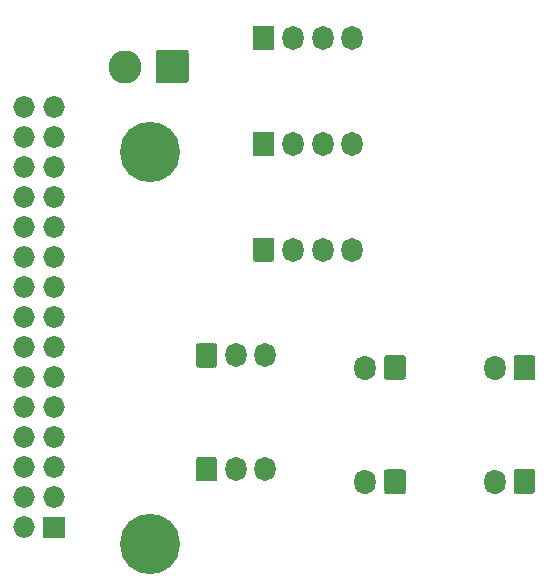
<source format=gbs>
G04 #@! TF.GenerationSoftware,KiCad,Pcbnew,(5.1.9)-1*
G04 #@! TF.CreationDate,2021-04-19T10:33:25-04:00*
G04 #@! TF.ProjectId,Transfer_Board,5472616e-7366-4657-925f-426f6172642e,rev?*
G04 #@! TF.SameCoordinates,Original*
G04 #@! TF.FileFunction,Soldermask,Bot*
G04 #@! TF.FilePolarity,Negative*
%FSLAX46Y46*%
G04 Gerber Fmt 4.6, Leading zero omitted, Abs format (unit mm)*
G04 Created by KiCad (PCBNEW (5.1.9)-1) date 2021-04-19 10:33:25*
%MOMM*%
%LPD*%
G01*
G04 APERTURE LIST*
%ADD10C,5.102000*%
%ADD11O,1.802000X2.052000*%
%ADD12O,1.802000X2.102000*%
%ADD13O,1.829200X1.829200*%
%ADD14C,2.802000*%
%ADD15C,0.100000*%
G04 APERTURE END LIST*
D10*
X115600000Y-92900000D03*
X115600000Y-59700000D03*
D11*
X132730000Y-68000000D03*
X130230000Y-68000000D03*
X127730000Y-68000000D03*
G36*
G01*
X124329000Y-68761000D02*
X124329000Y-67239000D01*
G75*
G02*
X124594000Y-66974000I265000J0D01*
G01*
X125866000Y-66974000D01*
G75*
G02*
X126131000Y-67239000I0J-265000D01*
G01*
X126131000Y-68761000D01*
G75*
G02*
X125866000Y-69026000I-265000J0D01*
G01*
X124594000Y-69026000D01*
G75*
G02*
X124329000Y-68761000I0J265000D01*
G01*
G37*
D12*
X133858000Y-78000000D03*
G36*
G01*
X137259000Y-77214000D02*
X137259000Y-78786000D01*
G75*
G02*
X136994000Y-79051000I-265000J0D01*
G01*
X135722000Y-79051000D01*
G75*
G02*
X135457000Y-78786000I0J265000D01*
G01*
X135457000Y-77214000D01*
G75*
G02*
X135722000Y-76949000I265000J0D01*
G01*
X136994000Y-76949000D01*
G75*
G02*
X137259000Y-77214000I0J-265000D01*
G01*
G37*
D11*
X132730000Y-59025000D03*
X130230000Y-59025000D03*
X127730000Y-59025000D03*
G36*
G01*
X124329000Y-60000000D02*
X124329000Y-58050000D01*
G75*
G02*
X124380000Y-57999000I51000J0D01*
G01*
X126080000Y-57999000D01*
G75*
G02*
X126131000Y-58050000I0J-51000D01*
G01*
X126131000Y-60000000D01*
G75*
G02*
X126080000Y-60051000I-51000J0D01*
G01*
X124380000Y-60051000D01*
G75*
G02*
X124329000Y-60000000I0J51000D01*
G01*
G37*
X125396000Y-76950000D03*
X122896000Y-76950000D03*
G36*
G01*
X119495000Y-77711000D02*
X119495000Y-76189000D01*
G75*
G02*
X119760000Y-75924000I265000J0D01*
G01*
X121032000Y-75924000D01*
G75*
G02*
X121297000Y-76189000I0J-265000D01*
G01*
X121297000Y-77711000D01*
G75*
G02*
X121032000Y-77976000I-265000J0D01*
G01*
X119760000Y-77976000D01*
G75*
G02*
X119495000Y-77711000I0J265000D01*
G01*
G37*
D12*
X133858000Y-87630000D03*
G36*
G01*
X137259000Y-86844000D02*
X137259000Y-88416000D01*
G75*
G02*
X136994000Y-88681000I-265000J0D01*
G01*
X135722000Y-88681000D01*
G75*
G02*
X135457000Y-88416000I0J265000D01*
G01*
X135457000Y-86844000D01*
G75*
G02*
X135722000Y-86579000I265000J0D01*
G01*
X136994000Y-86579000D01*
G75*
G02*
X137259000Y-86844000I0J-265000D01*
G01*
G37*
D13*
X104960000Y-55940000D03*
X107500000Y-55940000D03*
X104960000Y-58480000D03*
X107500000Y-58480000D03*
X104960000Y-61020000D03*
X107500000Y-61020000D03*
X104960000Y-63560000D03*
X107500000Y-63560000D03*
X104960000Y-66100000D03*
X107500000Y-66100000D03*
X104960000Y-68640000D03*
X107500000Y-68640000D03*
X104960000Y-71180000D03*
X107500000Y-71180000D03*
X104960000Y-73720000D03*
X107500000Y-73720000D03*
X104960000Y-76260000D03*
X107500000Y-76260000D03*
X104960000Y-78800000D03*
X107500000Y-78800000D03*
X104960000Y-81340000D03*
X107500000Y-81340000D03*
X104960000Y-83880000D03*
X107500000Y-83880000D03*
X104960000Y-86420000D03*
X107500000Y-86420000D03*
X104960000Y-88960000D03*
X107500000Y-88960000D03*
X104960000Y-91500000D03*
G36*
G01*
X108414600Y-90636400D02*
X108414600Y-92363600D01*
G75*
G02*
X108363600Y-92414600I-51000J0D01*
G01*
X106636400Y-92414600D01*
G75*
G02*
X106585400Y-92363600I0J51000D01*
G01*
X106585400Y-90636400D01*
G75*
G02*
X106636400Y-90585400I51000J0D01*
G01*
X108363600Y-90585400D01*
G75*
G02*
X108414600Y-90636400I0J-51000D01*
G01*
G37*
G36*
G01*
X148221000Y-86844000D02*
X148221000Y-88416000D01*
G75*
G02*
X147956000Y-88681000I-265000J0D01*
G01*
X146684000Y-88681000D01*
G75*
G02*
X146419000Y-88416000I0J265000D01*
G01*
X146419000Y-86844000D01*
G75*
G02*
X146684000Y-86579000I265000J0D01*
G01*
X147956000Y-86579000D01*
G75*
G02*
X148221000Y-86844000I0J-265000D01*
G01*
G37*
D12*
X144820000Y-87630000D03*
D11*
X132730000Y-50050000D03*
X130230000Y-50050000D03*
X127730000Y-50050000D03*
G36*
G01*
X124329000Y-51025000D02*
X124329000Y-49075000D01*
G75*
G02*
X124380000Y-49024000I51000J0D01*
G01*
X126080000Y-49024000D01*
G75*
G02*
X126131000Y-49075000I0J-51000D01*
G01*
X126131000Y-51025000D01*
G75*
G02*
X126080000Y-51076000I-51000J0D01*
G01*
X124380000Y-51076000D01*
G75*
G02*
X124329000Y-51025000I0J51000D01*
G01*
G37*
G36*
G01*
X148221000Y-77214000D02*
X148221000Y-78786000D01*
G75*
G02*
X147956000Y-79051000I-265000J0D01*
G01*
X146684000Y-79051000D01*
G75*
G02*
X146419000Y-78786000I0J265000D01*
G01*
X146419000Y-77214000D01*
G75*
G02*
X146684000Y-76949000I265000J0D01*
G01*
X147956000Y-76949000D01*
G75*
G02*
X148221000Y-77214000I0J-265000D01*
G01*
G37*
D12*
X144820000Y-78000000D03*
G36*
G01*
X118901000Y-51358445D02*
X118901000Y-53641555D01*
G75*
G02*
X118641555Y-53901000I-259445J0D01*
G01*
X116358445Y-53901000D01*
G75*
G02*
X116099000Y-53641555I0J259445D01*
G01*
X116099000Y-51358445D01*
G75*
G02*
X116358445Y-51099000I259445J0D01*
G01*
X118641555Y-51099000D01*
G75*
G02*
X118901000Y-51358445I0J-259445D01*
G01*
G37*
D14*
X113540000Y-52500000D03*
D11*
X125396000Y-86580000D03*
X122896000Y-86580000D03*
G36*
G01*
X119495000Y-87341000D02*
X119495000Y-85819000D01*
G75*
G02*
X119760000Y-85554000I265000J0D01*
G01*
X121032000Y-85554000D01*
G75*
G02*
X121297000Y-85819000I0J-265000D01*
G01*
X121297000Y-87341000D01*
G75*
G02*
X121032000Y-87606000I-265000J0D01*
G01*
X119760000Y-87606000D01*
G75*
G02*
X119495000Y-87341000I0J265000D01*
G01*
G37*
D15*
G36*
X146420990Y-88415804D02*
G01*
X146426062Y-88467304D01*
X146441029Y-88516642D01*
X146465332Y-88562110D01*
X146498038Y-88601962D01*
X146537890Y-88634668D01*
X146583358Y-88658971D01*
X146632696Y-88673938D01*
X146684196Y-88679010D01*
X146685822Y-88680175D01*
X146685626Y-88682165D01*
X146684000Y-88683000D01*
X146601903Y-88683000D01*
X146601707Y-88682990D01*
X146561204Y-88679001D01*
X146560819Y-88678925D01*
X146527767Y-88668899D01*
X146527405Y-88668749D01*
X146496954Y-88652472D01*
X146496628Y-88652254D01*
X146469932Y-88630345D01*
X146469655Y-88630068D01*
X146447746Y-88603372D01*
X146447528Y-88603046D01*
X146431251Y-88572595D01*
X146431101Y-88572233D01*
X146421075Y-88539181D01*
X146420999Y-88538796D01*
X146417010Y-88498293D01*
X146417000Y-88498097D01*
X146417000Y-88416000D01*
X146418000Y-88414268D01*
X146420000Y-88414268D01*
X146420990Y-88415804D01*
G37*
G36*
X148222165Y-88414374D02*
G01*
X148223000Y-88416000D01*
X148223000Y-88498097D01*
X148222990Y-88498293D01*
X148219001Y-88538796D01*
X148218925Y-88539181D01*
X148208899Y-88572233D01*
X148208749Y-88572595D01*
X148192472Y-88603046D01*
X148192254Y-88603372D01*
X148170345Y-88630068D01*
X148170068Y-88630345D01*
X148143372Y-88652254D01*
X148143046Y-88652472D01*
X148112595Y-88668749D01*
X148112233Y-88668899D01*
X148079181Y-88678925D01*
X148078796Y-88679001D01*
X148038293Y-88682990D01*
X148038097Y-88683000D01*
X147956000Y-88683000D01*
X147954268Y-88682000D01*
X147954268Y-88680000D01*
X147955804Y-88679010D01*
X148007304Y-88673938D01*
X148056642Y-88658971D01*
X148102110Y-88634668D01*
X148141962Y-88601962D01*
X148174668Y-88562110D01*
X148198971Y-88516642D01*
X148213938Y-88467304D01*
X148219010Y-88415804D01*
X148220175Y-88414178D01*
X148222165Y-88414374D01*
G37*
G36*
X135458990Y-88415804D02*
G01*
X135464062Y-88467304D01*
X135479029Y-88516642D01*
X135503332Y-88562110D01*
X135536038Y-88601962D01*
X135575890Y-88634668D01*
X135621358Y-88658971D01*
X135670696Y-88673938D01*
X135722196Y-88679010D01*
X135723822Y-88680175D01*
X135723626Y-88682165D01*
X135722000Y-88683000D01*
X135639903Y-88683000D01*
X135639707Y-88682990D01*
X135599204Y-88679001D01*
X135598819Y-88678925D01*
X135565767Y-88668899D01*
X135565405Y-88668749D01*
X135534954Y-88652472D01*
X135534628Y-88652254D01*
X135507932Y-88630345D01*
X135507655Y-88630068D01*
X135485746Y-88603372D01*
X135485528Y-88603046D01*
X135469251Y-88572595D01*
X135469101Y-88572233D01*
X135459075Y-88539181D01*
X135458999Y-88538796D01*
X135455010Y-88498293D01*
X135455000Y-88498097D01*
X135455000Y-88416000D01*
X135456000Y-88414268D01*
X135458000Y-88414268D01*
X135458990Y-88415804D01*
G37*
G36*
X137260165Y-88414374D02*
G01*
X137261000Y-88416000D01*
X137261000Y-88498097D01*
X137260990Y-88498293D01*
X137257001Y-88538796D01*
X137256925Y-88539181D01*
X137246899Y-88572233D01*
X137246749Y-88572595D01*
X137230472Y-88603046D01*
X137230254Y-88603372D01*
X137208345Y-88630068D01*
X137208068Y-88630345D01*
X137181372Y-88652254D01*
X137181046Y-88652472D01*
X137150595Y-88668749D01*
X137150233Y-88668899D01*
X137117181Y-88678925D01*
X137116796Y-88679001D01*
X137076293Y-88682990D01*
X137076097Y-88683000D01*
X136994000Y-88683000D01*
X136992268Y-88682000D01*
X136992268Y-88680000D01*
X136993804Y-88679010D01*
X137045304Y-88673938D01*
X137094642Y-88658971D01*
X137140110Y-88634668D01*
X137179962Y-88601962D01*
X137212668Y-88562110D01*
X137236971Y-88516642D01*
X137251938Y-88467304D01*
X137257010Y-88415804D01*
X137258175Y-88414178D01*
X137260165Y-88414374D01*
G37*
G36*
X119496990Y-87340804D02*
G01*
X119502062Y-87392304D01*
X119517029Y-87441642D01*
X119541332Y-87487110D01*
X119574038Y-87526962D01*
X119613890Y-87559668D01*
X119659358Y-87583971D01*
X119708696Y-87598938D01*
X119760196Y-87604010D01*
X119761822Y-87605175D01*
X119761626Y-87607165D01*
X119760000Y-87608000D01*
X119677903Y-87608000D01*
X119677707Y-87607990D01*
X119637204Y-87604001D01*
X119636819Y-87603925D01*
X119603767Y-87593899D01*
X119603405Y-87593749D01*
X119572954Y-87577472D01*
X119572628Y-87577254D01*
X119545932Y-87555345D01*
X119545655Y-87555068D01*
X119523746Y-87528372D01*
X119523528Y-87528046D01*
X119507251Y-87497595D01*
X119507101Y-87497233D01*
X119497075Y-87464181D01*
X119496999Y-87463796D01*
X119493010Y-87423293D01*
X119493000Y-87423097D01*
X119493000Y-87341000D01*
X119494000Y-87339268D01*
X119496000Y-87339268D01*
X119496990Y-87340804D01*
G37*
G36*
X121298165Y-87339374D02*
G01*
X121299000Y-87341000D01*
X121299000Y-87423097D01*
X121298990Y-87423293D01*
X121295001Y-87463796D01*
X121294925Y-87464181D01*
X121284899Y-87497233D01*
X121284749Y-87497595D01*
X121268472Y-87528046D01*
X121268254Y-87528372D01*
X121246345Y-87555068D01*
X121246068Y-87555345D01*
X121219372Y-87577254D01*
X121219046Y-87577472D01*
X121188595Y-87593749D01*
X121188233Y-87593899D01*
X121155181Y-87603925D01*
X121154796Y-87604001D01*
X121114293Y-87607990D01*
X121114097Y-87608000D01*
X121032000Y-87608000D01*
X121030268Y-87607000D01*
X121030268Y-87605000D01*
X121031804Y-87604010D01*
X121083304Y-87598938D01*
X121132642Y-87583971D01*
X121178110Y-87559668D01*
X121217962Y-87526962D01*
X121250668Y-87487110D01*
X121274971Y-87441642D01*
X121289938Y-87392304D01*
X121295010Y-87340804D01*
X121296175Y-87339178D01*
X121298165Y-87339374D01*
G37*
G36*
X146685732Y-86578000D02*
G01*
X146685732Y-86580000D01*
X146684196Y-86580990D01*
X146632696Y-86586062D01*
X146583358Y-86601029D01*
X146537890Y-86625332D01*
X146498038Y-86658038D01*
X146465332Y-86697890D01*
X146441029Y-86743358D01*
X146426062Y-86792696D01*
X146420990Y-86844196D01*
X146419825Y-86845822D01*
X146417835Y-86845626D01*
X146417000Y-86844000D01*
X146417000Y-86761903D01*
X146417010Y-86761707D01*
X146420999Y-86721204D01*
X146421075Y-86720819D01*
X146431101Y-86687767D01*
X146431251Y-86687405D01*
X146447528Y-86656954D01*
X146447746Y-86656628D01*
X146469655Y-86629932D01*
X146469932Y-86629655D01*
X146496628Y-86607746D01*
X146496954Y-86607528D01*
X146527405Y-86591251D01*
X146527767Y-86591101D01*
X146560819Y-86581075D01*
X146561204Y-86580999D01*
X146601707Y-86577010D01*
X146601903Y-86577000D01*
X146684000Y-86577000D01*
X146685732Y-86578000D01*
G37*
G36*
X135723732Y-86578000D02*
G01*
X135723732Y-86580000D01*
X135722196Y-86580990D01*
X135670696Y-86586062D01*
X135621358Y-86601029D01*
X135575890Y-86625332D01*
X135536038Y-86658038D01*
X135503332Y-86697890D01*
X135479029Y-86743358D01*
X135464062Y-86792696D01*
X135458990Y-86844196D01*
X135457825Y-86845822D01*
X135455835Y-86845626D01*
X135455000Y-86844000D01*
X135455000Y-86761903D01*
X135455010Y-86761707D01*
X135458999Y-86721204D01*
X135459075Y-86720819D01*
X135469101Y-86687767D01*
X135469251Y-86687405D01*
X135485528Y-86656954D01*
X135485746Y-86656628D01*
X135507655Y-86629932D01*
X135507932Y-86629655D01*
X135534628Y-86607746D01*
X135534954Y-86607528D01*
X135565405Y-86591251D01*
X135565767Y-86591101D01*
X135598819Y-86581075D01*
X135599204Y-86580999D01*
X135639707Y-86577010D01*
X135639903Y-86577000D01*
X135722000Y-86577000D01*
X135723732Y-86578000D01*
G37*
G36*
X137076293Y-86577010D02*
G01*
X137116796Y-86580999D01*
X137117181Y-86581075D01*
X137150233Y-86591101D01*
X137150595Y-86591251D01*
X137181046Y-86607528D01*
X137181372Y-86607746D01*
X137208068Y-86629655D01*
X137208345Y-86629932D01*
X137230254Y-86656628D01*
X137230472Y-86656954D01*
X137246749Y-86687405D01*
X137246899Y-86687767D01*
X137256925Y-86720819D01*
X137257001Y-86721204D01*
X137260990Y-86761707D01*
X137261000Y-86761903D01*
X137261000Y-86844000D01*
X137260000Y-86845732D01*
X137258000Y-86845732D01*
X137257010Y-86844196D01*
X137251938Y-86792696D01*
X137236971Y-86743358D01*
X137212668Y-86697890D01*
X137179962Y-86658038D01*
X137140110Y-86625332D01*
X137094642Y-86601029D01*
X137045304Y-86586062D01*
X136993804Y-86580990D01*
X136992178Y-86579825D01*
X136992374Y-86577835D01*
X136994000Y-86577000D01*
X137076097Y-86577000D01*
X137076293Y-86577010D01*
G37*
G36*
X148038293Y-86577010D02*
G01*
X148078796Y-86580999D01*
X148079181Y-86581075D01*
X148112233Y-86591101D01*
X148112595Y-86591251D01*
X148143046Y-86607528D01*
X148143372Y-86607746D01*
X148170068Y-86629655D01*
X148170345Y-86629932D01*
X148192254Y-86656628D01*
X148192472Y-86656954D01*
X148208749Y-86687405D01*
X148208899Y-86687767D01*
X148218925Y-86720819D01*
X148219001Y-86721204D01*
X148222990Y-86761707D01*
X148223000Y-86761903D01*
X148223000Y-86844000D01*
X148222000Y-86845732D01*
X148220000Y-86845732D01*
X148219010Y-86844196D01*
X148213938Y-86792696D01*
X148198971Y-86743358D01*
X148174668Y-86697890D01*
X148141962Y-86658038D01*
X148102110Y-86625332D01*
X148056642Y-86601029D01*
X148007304Y-86586062D01*
X147955804Y-86580990D01*
X147954178Y-86579825D01*
X147954374Y-86577835D01*
X147956000Y-86577000D01*
X148038097Y-86577000D01*
X148038293Y-86577010D01*
G37*
G36*
X119761732Y-85553000D02*
G01*
X119761732Y-85555000D01*
X119760196Y-85555990D01*
X119708696Y-85561062D01*
X119659358Y-85576029D01*
X119613890Y-85600332D01*
X119574038Y-85633038D01*
X119541332Y-85672890D01*
X119517029Y-85718358D01*
X119502062Y-85767696D01*
X119496990Y-85819196D01*
X119495825Y-85820822D01*
X119493835Y-85820626D01*
X119493000Y-85819000D01*
X119493000Y-85736903D01*
X119493010Y-85736707D01*
X119496999Y-85696204D01*
X119497075Y-85695819D01*
X119507101Y-85662767D01*
X119507251Y-85662405D01*
X119523528Y-85631954D01*
X119523746Y-85631628D01*
X119545655Y-85604932D01*
X119545932Y-85604655D01*
X119572628Y-85582746D01*
X119572954Y-85582528D01*
X119603405Y-85566251D01*
X119603767Y-85566101D01*
X119636819Y-85556075D01*
X119637204Y-85555999D01*
X119677707Y-85552010D01*
X119677903Y-85552000D01*
X119760000Y-85552000D01*
X119761732Y-85553000D01*
G37*
G36*
X121114293Y-85552010D02*
G01*
X121154796Y-85555999D01*
X121155181Y-85556075D01*
X121188233Y-85566101D01*
X121188595Y-85566251D01*
X121219046Y-85582528D01*
X121219372Y-85582746D01*
X121246068Y-85604655D01*
X121246345Y-85604932D01*
X121268254Y-85631628D01*
X121268472Y-85631954D01*
X121284749Y-85662405D01*
X121284899Y-85662767D01*
X121294925Y-85695819D01*
X121295001Y-85696204D01*
X121298990Y-85736707D01*
X121299000Y-85736903D01*
X121299000Y-85819000D01*
X121298000Y-85820732D01*
X121296000Y-85820732D01*
X121295010Y-85819196D01*
X121289938Y-85767696D01*
X121274971Y-85718358D01*
X121250668Y-85672890D01*
X121217962Y-85633038D01*
X121178110Y-85600332D01*
X121132642Y-85576029D01*
X121083304Y-85561062D01*
X121031804Y-85555990D01*
X121030178Y-85554825D01*
X121030374Y-85552835D01*
X121032000Y-85552000D01*
X121114097Y-85552000D01*
X121114293Y-85552010D01*
G37*
G36*
X148222165Y-78784374D02*
G01*
X148223000Y-78786000D01*
X148223000Y-78868097D01*
X148222990Y-78868293D01*
X148219001Y-78908796D01*
X148218925Y-78909181D01*
X148208899Y-78942233D01*
X148208749Y-78942595D01*
X148192472Y-78973046D01*
X148192254Y-78973372D01*
X148170345Y-79000068D01*
X148170068Y-79000345D01*
X148143372Y-79022254D01*
X148143046Y-79022472D01*
X148112595Y-79038749D01*
X148112233Y-79038899D01*
X148079181Y-79048925D01*
X148078796Y-79049001D01*
X148038293Y-79052990D01*
X148038097Y-79053000D01*
X147956000Y-79053000D01*
X147954268Y-79052000D01*
X147954268Y-79050000D01*
X147955804Y-79049010D01*
X148007304Y-79043938D01*
X148056642Y-79028971D01*
X148102110Y-79004668D01*
X148141962Y-78971962D01*
X148174668Y-78932110D01*
X148198971Y-78886642D01*
X148213938Y-78837304D01*
X148219010Y-78785804D01*
X148220175Y-78784178D01*
X148222165Y-78784374D01*
G37*
G36*
X137260165Y-78784374D02*
G01*
X137261000Y-78786000D01*
X137261000Y-78868097D01*
X137260990Y-78868293D01*
X137257001Y-78908796D01*
X137256925Y-78909181D01*
X137246899Y-78942233D01*
X137246749Y-78942595D01*
X137230472Y-78973046D01*
X137230254Y-78973372D01*
X137208345Y-79000068D01*
X137208068Y-79000345D01*
X137181372Y-79022254D01*
X137181046Y-79022472D01*
X137150595Y-79038749D01*
X137150233Y-79038899D01*
X137117181Y-79048925D01*
X137116796Y-79049001D01*
X137076293Y-79052990D01*
X137076097Y-79053000D01*
X136994000Y-79053000D01*
X136992268Y-79052000D01*
X136992268Y-79050000D01*
X136993804Y-79049010D01*
X137045304Y-79043938D01*
X137094642Y-79028971D01*
X137140110Y-79004668D01*
X137179962Y-78971962D01*
X137212668Y-78932110D01*
X137236971Y-78886642D01*
X137251938Y-78837304D01*
X137257010Y-78785804D01*
X137258175Y-78784178D01*
X137260165Y-78784374D01*
G37*
G36*
X146420990Y-78785804D02*
G01*
X146426062Y-78837304D01*
X146441029Y-78886642D01*
X146465332Y-78932110D01*
X146498038Y-78971962D01*
X146537890Y-79004668D01*
X146583358Y-79028971D01*
X146632696Y-79043938D01*
X146684196Y-79049010D01*
X146685822Y-79050175D01*
X146685626Y-79052165D01*
X146684000Y-79053000D01*
X146601903Y-79053000D01*
X146601707Y-79052990D01*
X146561204Y-79049001D01*
X146560819Y-79048925D01*
X146527767Y-79038899D01*
X146527405Y-79038749D01*
X146496954Y-79022472D01*
X146496628Y-79022254D01*
X146469932Y-79000345D01*
X146469655Y-79000068D01*
X146447746Y-78973372D01*
X146447528Y-78973046D01*
X146431251Y-78942595D01*
X146431101Y-78942233D01*
X146421075Y-78909181D01*
X146420999Y-78908796D01*
X146417010Y-78868293D01*
X146417000Y-78868097D01*
X146417000Y-78786000D01*
X146418000Y-78784268D01*
X146420000Y-78784268D01*
X146420990Y-78785804D01*
G37*
G36*
X135458990Y-78785804D02*
G01*
X135464062Y-78837304D01*
X135479029Y-78886642D01*
X135503332Y-78932110D01*
X135536038Y-78971962D01*
X135575890Y-79004668D01*
X135621358Y-79028971D01*
X135670696Y-79043938D01*
X135722196Y-79049010D01*
X135723822Y-79050175D01*
X135723626Y-79052165D01*
X135722000Y-79053000D01*
X135639903Y-79053000D01*
X135639707Y-79052990D01*
X135599204Y-79049001D01*
X135598819Y-79048925D01*
X135565767Y-79038899D01*
X135565405Y-79038749D01*
X135534954Y-79022472D01*
X135534628Y-79022254D01*
X135507932Y-79000345D01*
X135507655Y-79000068D01*
X135485746Y-78973372D01*
X135485528Y-78973046D01*
X135469251Y-78942595D01*
X135469101Y-78942233D01*
X135459075Y-78909181D01*
X135458999Y-78908796D01*
X135455010Y-78868293D01*
X135455000Y-78868097D01*
X135455000Y-78786000D01*
X135456000Y-78784268D01*
X135458000Y-78784268D01*
X135458990Y-78785804D01*
G37*
G36*
X119496990Y-77710804D02*
G01*
X119502062Y-77762304D01*
X119517029Y-77811642D01*
X119541332Y-77857110D01*
X119574038Y-77896962D01*
X119613890Y-77929668D01*
X119659358Y-77953971D01*
X119708696Y-77968938D01*
X119760196Y-77974010D01*
X119761822Y-77975175D01*
X119761626Y-77977165D01*
X119760000Y-77978000D01*
X119677903Y-77978000D01*
X119677707Y-77977990D01*
X119637204Y-77974001D01*
X119636819Y-77973925D01*
X119603767Y-77963899D01*
X119603405Y-77963749D01*
X119572954Y-77947472D01*
X119572628Y-77947254D01*
X119545932Y-77925345D01*
X119545655Y-77925068D01*
X119523746Y-77898372D01*
X119523528Y-77898046D01*
X119507251Y-77867595D01*
X119507101Y-77867233D01*
X119497075Y-77834181D01*
X119496999Y-77833796D01*
X119493010Y-77793293D01*
X119493000Y-77793097D01*
X119493000Y-77711000D01*
X119494000Y-77709268D01*
X119496000Y-77709268D01*
X119496990Y-77710804D01*
G37*
G36*
X121298165Y-77709374D02*
G01*
X121299000Y-77711000D01*
X121299000Y-77793097D01*
X121298990Y-77793293D01*
X121295001Y-77833796D01*
X121294925Y-77834181D01*
X121284899Y-77867233D01*
X121284749Y-77867595D01*
X121268472Y-77898046D01*
X121268254Y-77898372D01*
X121246345Y-77925068D01*
X121246068Y-77925345D01*
X121219372Y-77947254D01*
X121219046Y-77947472D01*
X121188595Y-77963749D01*
X121188233Y-77963899D01*
X121155181Y-77973925D01*
X121154796Y-77974001D01*
X121114293Y-77977990D01*
X121114097Y-77978000D01*
X121032000Y-77978000D01*
X121030268Y-77977000D01*
X121030268Y-77975000D01*
X121031804Y-77974010D01*
X121083304Y-77968938D01*
X121132642Y-77953971D01*
X121178110Y-77929668D01*
X121217962Y-77896962D01*
X121250668Y-77857110D01*
X121274971Y-77811642D01*
X121289938Y-77762304D01*
X121295010Y-77710804D01*
X121296175Y-77709178D01*
X121298165Y-77709374D01*
G37*
G36*
X135723732Y-76948000D02*
G01*
X135723732Y-76950000D01*
X135722196Y-76950990D01*
X135670696Y-76956062D01*
X135621358Y-76971029D01*
X135575890Y-76995332D01*
X135536038Y-77028038D01*
X135503332Y-77067890D01*
X135479029Y-77113358D01*
X135464062Y-77162696D01*
X135458990Y-77214196D01*
X135457825Y-77215822D01*
X135455835Y-77215626D01*
X135455000Y-77214000D01*
X135455000Y-77131903D01*
X135455010Y-77131707D01*
X135458999Y-77091204D01*
X135459075Y-77090819D01*
X135469101Y-77057767D01*
X135469251Y-77057405D01*
X135485528Y-77026954D01*
X135485746Y-77026628D01*
X135507655Y-76999932D01*
X135507932Y-76999655D01*
X135534628Y-76977746D01*
X135534954Y-76977528D01*
X135565405Y-76961251D01*
X135565767Y-76961101D01*
X135598819Y-76951075D01*
X135599204Y-76950999D01*
X135639707Y-76947010D01*
X135639903Y-76947000D01*
X135722000Y-76947000D01*
X135723732Y-76948000D01*
G37*
G36*
X146685732Y-76948000D02*
G01*
X146685732Y-76950000D01*
X146684196Y-76950990D01*
X146632696Y-76956062D01*
X146583358Y-76971029D01*
X146537890Y-76995332D01*
X146498038Y-77028038D01*
X146465332Y-77067890D01*
X146441029Y-77113358D01*
X146426062Y-77162696D01*
X146420990Y-77214196D01*
X146419825Y-77215822D01*
X146417835Y-77215626D01*
X146417000Y-77214000D01*
X146417000Y-77131903D01*
X146417010Y-77131707D01*
X146420999Y-77091204D01*
X146421075Y-77090819D01*
X146431101Y-77057767D01*
X146431251Y-77057405D01*
X146447528Y-77026954D01*
X146447746Y-77026628D01*
X146469655Y-76999932D01*
X146469932Y-76999655D01*
X146496628Y-76977746D01*
X146496954Y-76977528D01*
X146527405Y-76961251D01*
X146527767Y-76961101D01*
X146560819Y-76951075D01*
X146561204Y-76950999D01*
X146601707Y-76947010D01*
X146601903Y-76947000D01*
X146684000Y-76947000D01*
X146685732Y-76948000D01*
G37*
G36*
X137076293Y-76947010D02*
G01*
X137116796Y-76950999D01*
X137117181Y-76951075D01*
X137150233Y-76961101D01*
X137150595Y-76961251D01*
X137181046Y-76977528D01*
X137181372Y-76977746D01*
X137208068Y-76999655D01*
X137208345Y-76999932D01*
X137230254Y-77026628D01*
X137230472Y-77026954D01*
X137246749Y-77057405D01*
X137246899Y-77057767D01*
X137256925Y-77090819D01*
X137257001Y-77091204D01*
X137260990Y-77131707D01*
X137261000Y-77131903D01*
X137261000Y-77214000D01*
X137260000Y-77215732D01*
X137258000Y-77215732D01*
X137257010Y-77214196D01*
X137251938Y-77162696D01*
X137236971Y-77113358D01*
X137212668Y-77067890D01*
X137179962Y-77028038D01*
X137140110Y-76995332D01*
X137094642Y-76971029D01*
X137045304Y-76956062D01*
X136993804Y-76950990D01*
X136992178Y-76949825D01*
X136992374Y-76947835D01*
X136994000Y-76947000D01*
X137076097Y-76947000D01*
X137076293Y-76947010D01*
G37*
G36*
X148038293Y-76947010D02*
G01*
X148078796Y-76950999D01*
X148079181Y-76951075D01*
X148112233Y-76961101D01*
X148112595Y-76961251D01*
X148143046Y-76977528D01*
X148143372Y-76977746D01*
X148170068Y-76999655D01*
X148170345Y-76999932D01*
X148192254Y-77026628D01*
X148192472Y-77026954D01*
X148208749Y-77057405D01*
X148208899Y-77057767D01*
X148218925Y-77090819D01*
X148219001Y-77091204D01*
X148222990Y-77131707D01*
X148223000Y-77131903D01*
X148223000Y-77214000D01*
X148222000Y-77215732D01*
X148220000Y-77215732D01*
X148219010Y-77214196D01*
X148213938Y-77162696D01*
X148198971Y-77113358D01*
X148174668Y-77067890D01*
X148141962Y-77028038D01*
X148102110Y-76995332D01*
X148056642Y-76971029D01*
X148007304Y-76956062D01*
X147955804Y-76950990D01*
X147954178Y-76949825D01*
X147954374Y-76947835D01*
X147956000Y-76947000D01*
X148038097Y-76947000D01*
X148038293Y-76947010D01*
G37*
G36*
X119761732Y-75923000D02*
G01*
X119761732Y-75925000D01*
X119760196Y-75925990D01*
X119708696Y-75931062D01*
X119659358Y-75946029D01*
X119613890Y-75970332D01*
X119574038Y-76003038D01*
X119541332Y-76042890D01*
X119517029Y-76088358D01*
X119502062Y-76137696D01*
X119496990Y-76189196D01*
X119495825Y-76190822D01*
X119493835Y-76190626D01*
X119493000Y-76189000D01*
X119493000Y-76106903D01*
X119493010Y-76106707D01*
X119496999Y-76066204D01*
X119497075Y-76065819D01*
X119507101Y-76032767D01*
X119507251Y-76032405D01*
X119523528Y-76001954D01*
X119523746Y-76001628D01*
X119545655Y-75974932D01*
X119545932Y-75974655D01*
X119572628Y-75952746D01*
X119572954Y-75952528D01*
X119603405Y-75936251D01*
X119603767Y-75936101D01*
X119636819Y-75926075D01*
X119637204Y-75925999D01*
X119677707Y-75922010D01*
X119677903Y-75922000D01*
X119760000Y-75922000D01*
X119761732Y-75923000D01*
G37*
G36*
X121114293Y-75922010D02*
G01*
X121154796Y-75925999D01*
X121155181Y-75926075D01*
X121188233Y-75936101D01*
X121188595Y-75936251D01*
X121219046Y-75952528D01*
X121219372Y-75952746D01*
X121246068Y-75974655D01*
X121246345Y-75974932D01*
X121268254Y-76001628D01*
X121268472Y-76001954D01*
X121284749Y-76032405D01*
X121284899Y-76032767D01*
X121294925Y-76065819D01*
X121295001Y-76066204D01*
X121298990Y-76106707D01*
X121299000Y-76106903D01*
X121299000Y-76189000D01*
X121298000Y-76190732D01*
X121296000Y-76190732D01*
X121295010Y-76189196D01*
X121289938Y-76137696D01*
X121274971Y-76088358D01*
X121250668Y-76042890D01*
X121217962Y-76003038D01*
X121178110Y-75970332D01*
X121132642Y-75946029D01*
X121083304Y-75931062D01*
X121031804Y-75925990D01*
X121030178Y-75924825D01*
X121030374Y-75922835D01*
X121032000Y-75922000D01*
X121114097Y-75922000D01*
X121114293Y-75922010D01*
G37*
G36*
X126132165Y-68759374D02*
G01*
X126133000Y-68761000D01*
X126133000Y-68843097D01*
X126132990Y-68843293D01*
X126129001Y-68883796D01*
X126128925Y-68884181D01*
X126118899Y-68917233D01*
X126118749Y-68917595D01*
X126102472Y-68948046D01*
X126102254Y-68948372D01*
X126080345Y-68975068D01*
X126080068Y-68975345D01*
X126053372Y-68997254D01*
X126053046Y-68997472D01*
X126022595Y-69013749D01*
X126022233Y-69013899D01*
X125989181Y-69023925D01*
X125988796Y-69024001D01*
X125948293Y-69027990D01*
X125948097Y-69028000D01*
X125866000Y-69028000D01*
X125864268Y-69027000D01*
X125864268Y-69025000D01*
X125865804Y-69024010D01*
X125917304Y-69018938D01*
X125966642Y-69003971D01*
X126012110Y-68979668D01*
X126051962Y-68946962D01*
X126084668Y-68907110D01*
X126108971Y-68861642D01*
X126123938Y-68812304D01*
X126129010Y-68760804D01*
X126130175Y-68759178D01*
X126132165Y-68759374D01*
G37*
G36*
X124330990Y-68760804D02*
G01*
X124336062Y-68812304D01*
X124351029Y-68861642D01*
X124375332Y-68907110D01*
X124408038Y-68946962D01*
X124447890Y-68979668D01*
X124493358Y-69003971D01*
X124542696Y-69018938D01*
X124594196Y-69024010D01*
X124595822Y-69025175D01*
X124595626Y-69027165D01*
X124594000Y-69028000D01*
X124511903Y-69028000D01*
X124511707Y-69027990D01*
X124471204Y-69024001D01*
X124470819Y-69023925D01*
X124437767Y-69013899D01*
X124437405Y-69013749D01*
X124406954Y-68997472D01*
X124406628Y-68997254D01*
X124379932Y-68975345D01*
X124379655Y-68975068D01*
X124357746Y-68948372D01*
X124357528Y-68948046D01*
X124341251Y-68917595D01*
X124341101Y-68917233D01*
X124331075Y-68884181D01*
X124330999Y-68883796D01*
X124327010Y-68843293D01*
X124327000Y-68843097D01*
X124327000Y-68761000D01*
X124328000Y-68759268D01*
X124330000Y-68759268D01*
X124330990Y-68760804D01*
G37*
G36*
X124595732Y-66973000D02*
G01*
X124595732Y-66975000D01*
X124594196Y-66975990D01*
X124542696Y-66981062D01*
X124493358Y-66996029D01*
X124447890Y-67020332D01*
X124408038Y-67053038D01*
X124375332Y-67092890D01*
X124351029Y-67138358D01*
X124336062Y-67187696D01*
X124330990Y-67239196D01*
X124329825Y-67240822D01*
X124327835Y-67240626D01*
X124327000Y-67239000D01*
X124327000Y-67156903D01*
X124327010Y-67156707D01*
X124330999Y-67116204D01*
X124331075Y-67115819D01*
X124341101Y-67082767D01*
X124341251Y-67082405D01*
X124357528Y-67051954D01*
X124357746Y-67051628D01*
X124379655Y-67024932D01*
X124379932Y-67024655D01*
X124406628Y-67002746D01*
X124406954Y-67002528D01*
X124437405Y-66986251D01*
X124437767Y-66986101D01*
X124470819Y-66976075D01*
X124471204Y-66975999D01*
X124511707Y-66972010D01*
X124511903Y-66972000D01*
X124594000Y-66972000D01*
X124595732Y-66973000D01*
G37*
G36*
X125948293Y-66972010D02*
G01*
X125988796Y-66975999D01*
X125989181Y-66976075D01*
X126022233Y-66986101D01*
X126022595Y-66986251D01*
X126053046Y-67002528D01*
X126053372Y-67002746D01*
X126080068Y-67024655D01*
X126080345Y-67024932D01*
X126102254Y-67051628D01*
X126102472Y-67051954D01*
X126118749Y-67082405D01*
X126118899Y-67082767D01*
X126128925Y-67115819D01*
X126129001Y-67116204D01*
X126132990Y-67156707D01*
X126133000Y-67156903D01*
X126133000Y-67239000D01*
X126132000Y-67240732D01*
X126130000Y-67240732D01*
X126129010Y-67239196D01*
X126123938Y-67187696D01*
X126108971Y-67138358D01*
X126084668Y-67092890D01*
X126051962Y-67053038D01*
X126012110Y-67020332D01*
X125966642Y-66996029D01*
X125917304Y-66981062D01*
X125865804Y-66975990D01*
X125864178Y-66974825D01*
X125864374Y-66972835D01*
X125866000Y-66972000D01*
X125948097Y-66972000D01*
X125948293Y-66972010D01*
G37*
G36*
X116100990Y-53641359D02*
G01*
X116105955Y-53691775D01*
X116120606Y-53740071D01*
X116144395Y-53784579D01*
X116176411Y-53823589D01*
X116215421Y-53855605D01*
X116259929Y-53879394D01*
X116308225Y-53894045D01*
X116358641Y-53899010D01*
X116360267Y-53900175D01*
X116360071Y-53902165D01*
X116358445Y-53903000D01*
X116262734Y-53903000D01*
X116262538Y-53902990D01*
X116225773Y-53899369D01*
X116225388Y-53899293D01*
X116195933Y-53890358D01*
X116195571Y-53890208D01*
X116168434Y-53875702D01*
X116168108Y-53875484D01*
X116144317Y-53855960D01*
X116144040Y-53855683D01*
X116124516Y-53831892D01*
X116124298Y-53831566D01*
X116109792Y-53804429D01*
X116109642Y-53804067D01*
X116100707Y-53774612D01*
X116100631Y-53774227D01*
X116097010Y-53737462D01*
X116097000Y-53737266D01*
X116097000Y-53641555D01*
X116098000Y-53639823D01*
X116100000Y-53639823D01*
X116100990Y-53641359D01*
G37*
G36*
X118902165Y-53639929D02*
G01*
X118903000Y-53641555D01*
X118903000Y-53737266D01*
X118902990Y-53737462D01*
X118899369Y-53774227D01*
X118899293Y-53774612D01*
X118890358Y-53804067D01*
X118890208Y-53804429D01*
X118875702Y-53831566D01*
X118875484Y-53831892D01*
X118855960Y-53855683D01*
X118855683Y-53855960D01*
X118831892Y-53875484D01*
X118831566Y-53875702D01*
X118804429Y-53890208D01*
X118804067Y-53890358D01*
X118774612Y-53899293D01*
X118774227Y-53899369D01*
X118737462Y-53902990D01*
X118737266Y-53903000D01*
X118641555Y-53903000D01*
X118639823Y-53902000D01*
X118639823Y-53900000D01*
X118641359Y-53899010D01*
X118691775Y-53894045D01*
X118740071Y-53879394D01*
X118784579Y-53855605D01*
X118823589Y-53823589D01*
X118855605Y-53784579D01*
X118879394Y-53740071D01*
X118894045Y-53691775D01*
X118899010Y-53641359D01*
X118900175Y-53639733D01*
X118902165Y-53639929D01*
G37*
G36*
X116360177Y-51098000D02*
G01*
X116360177Y-51100000D01*
X116358641Y-51100990D01*
X116308225Y-51105955D01*
X116259929Y-51120606D01*
X116215421Y-51144395D01*
X116176411Y-51176411D01*
X116144395Y-51215421D01*
X116120606Y-51259929D01*
X116105955Y-51308225D01*
X116100990Y-51358641D01*
X116099825Y-51360267D01*
X116097835Y-51360071D01*
X116097000Y-51358445D01*
X116097000Y-51262734D01*
X116097010Y-51262538D01*
X116100631Y-51225773D01*
X116100707Y-51225388D01*
X116109642Y-51195933D01*
X116109792Y-51195571D01*
X116124298Y-51168434D01*
X116124516Y-51168108D01*
X116144040Y-51144317D01*
X116144317Y-51144040D01*
X116168108Y-51124516D01*
X116168434Y-51124298D01*
X116195571Y-51109792D01*
X116195933Y-51109642D01*
X116225388Y-51100707D01*
X116225773Y-51100631D01*
X116262538Y-51097010D01*
X116262734Y-51097000D01*
X116358445Y-51097000D01*
X116360177Y-51098000D01*
G37*
G36*
X118737462Y-51097010D02*
G01*
X118774227Y-51100631D01*
X118774612Y-51100707D01*
X118804067Y-51109642D01*
X118804429Y-51109792D01*
X118831566Y-51124298D01*
X118831892Y-51124516D01*
X118855683Y-51144040D01*
X118855960Y-51144317D01*
X118875484Y-51168108D01*
X118875702Y-51168434D01*
X118890208Y-51195571D01*
X118890358Y-51195933D01*
X118899293Y-51225388D01*
X118899369Y-51225773D01*
X118902990Y-51262538D01*
X118903000Y-51262734D01*
X118903000Y-51358445D01*
X118902000Y-51360177D01*
X118900000Y-51360177D01*
X118899010Y-51358641D01*
X118894045Y-51308225D01*
X118879394Y-51259929D01*
X118855605Y-51215421D01*
X118823589Y-51176411D01*
X118784579Y-51144395D01*
X118740071Y-51120606D01*
X118691775Y-51105955D01*
X118641359Y-51100990D01*
X118639733Y-51099825D01*
X118639929Y-51097835D01*
X118641555Y-51097000D01*
X118737266Y-51097000D01*
X118737462Y-51097010D01*
G37*
M02*

</source>
